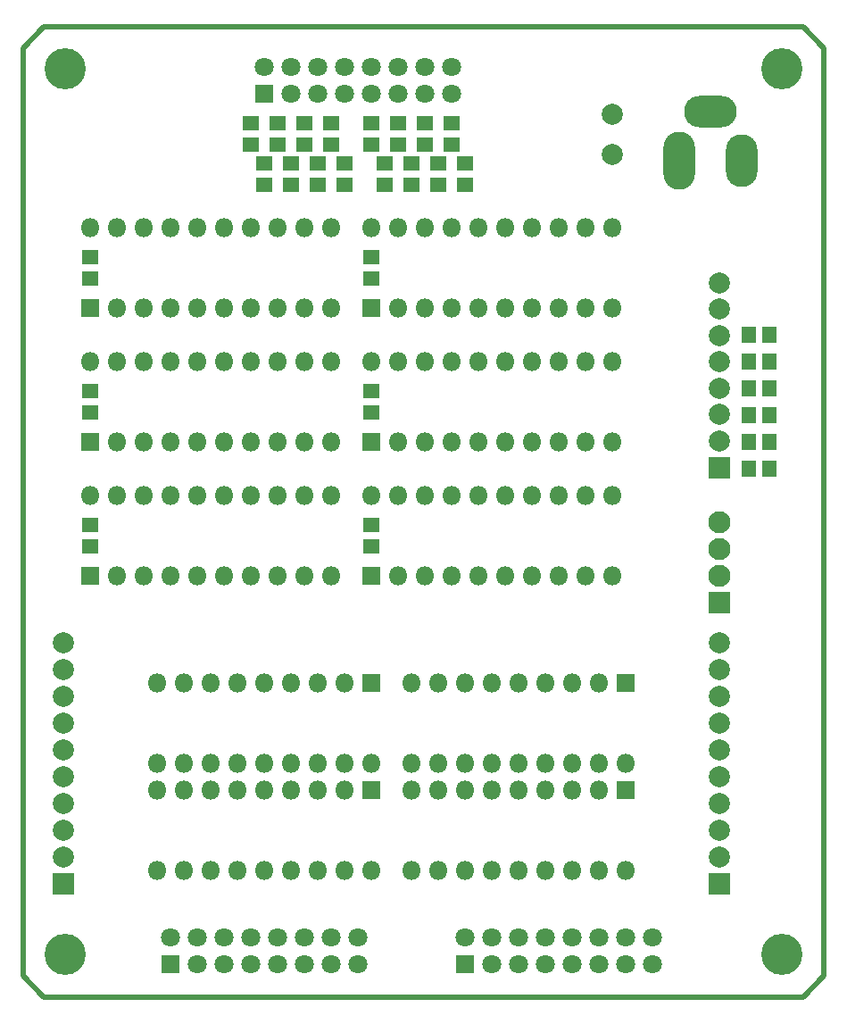
<source format=gbr>
G04 #@! TF.FileFunction,Soldermask,Bot*
%FSLAX46Y46*%
G04 Gerber Fmt 4.6, Leading zero omitted, Abs format (unit mm)*
G04 Created by KiCad (PCBNEW 4.0.7) date 05/27/21 16:34:53*
%MOMM*%
%LPD*%
G01*
G04 APERTURE LIST*
%ADD10C,0.100000*%
%ADD11C,0.500000*%
%ADD12C,3.900000*%
%ADD13R,1.800000X1.800000*%
%ADD14C,1.800000*%
%ADD15C,2.000000*%
%ADD16O,3.000000X5.500000*%
%ADD17O,3.000000X5.000000*%
%ADD18O,5.000000X3.000000*%
%ADD19R,2.000000X2.000000*%
%ADD20O,1.800000X1.800000*%
%ADD21R,1.650000X1.400000*%
%ADD22R,1.400000X1.650000*%
%ADD23R,2.100000X2.100000*%
%ADD24C,2.100000*%
G04 APERTURE END LIST*
D10*
D11*
X124000000Y-50000000D02*
X52000000Y-50000000D01*
X126000000Y-52000000D02*
X124000000Y-50000000D01*
X126000000Y-140000000D02*
X126000000Y-52000000D01*
X124000000Y-142000000D02*
X126000000Y-140000000D01*
X52000000Y-142000000D02*
X124000000Y-142000000D01*
X50000000Y-140000000D02*
X52000000Y-142000000D01*
X50000000Y-52000000D02*
X50000000Y-140000000D01*
X52000000Y-50000000D02*
X50000000Y-52000000D01*
D12*
X54000000Y-54000000D03*
X122000000Y-54000000D03*
X122000000Y-138000000D03*
X54000000Y-138000000D03*
D13*
X63972000Y-138908000D03*
D14*
X63972000Y-136368000D03*
X66512000Y-138908000D03*
X66512000Y-136368000D03*
X69052000Y-138908000D03*
X69052000Y-136368000D03*
X71592000Y-138908000D03*
X71592000Y-136368000D03*
X74132000Y-138908000D03*
X74132000Y-136368000D03*
X76672000Y-138908000D03*
X76672000Y-136368000D03*
X79212000Y-138908000D03*
X79212000Y-136368000D03*
X81752000Y-138908000D03*
X81752000Y-136368000D03*
D13*
X91912000Y-138908000D03*
D14*
X91912000Y-136368000D03*
X94452000Y-138908000D03*
X94452000Y-136368000D03*
X96992000Y-138908000D03*
X96992000Y-136368000D03*
X99532000Y-138908000D03*
X99532000Y-136368000D03*
X102072000Y-138908000D03*
X102072000Y-136368000D03*
X104612000Y-138908000D03*
X104612000Y-136368000D03*
X107152000Y-138908000D03*
X107152000Y-136368000D03*
X109692000Y-138908000D03*
X109692000Y-136368000D03*
D13*
X72862000Y-56358000D03*
D14*
X72862000Y-53818000D03*
X75402000Y-56358000D03*
X75402000Y-53818000D03*
X77942000Y-56358000D03*
X77942000Y-53818000D03*
X80482000Y-56358000D03*
X80482000Y-53818000D03*
X83022000Y-56358000D03*
X83022000Y-53818000D03*
X85562000Y-56358000D03*
X85562000Y-53818000D03*
X88102000Y-56358000D03*
X88102000Y-53818000D03*
X90642000Y-56358000D03*
X90642000Y-53818000D03*
D15*
X105882000Y-62068000D03*
X105882000Y-58268000D03*
D16*
X112232000Y-62708000D03*
D17*
X118232000Y-62708000D03*
D18*
X115232000Y-58008000D03*
D19*
X116042000Y-91778000D03*
D15*
X116042000Y-89278000D03*
X116042000Y-86778000D03*
X116042000Y-84278000D03*
X116042000Y-81778000D03*
X116042000Y-79278000D03*
X116042000Y-76778000D03*
X116042000Y-74278000D03*
D19*
X116042000Y-131288000D03*
D15*
X116042000Y-128748000D03*
X116042000Y-126208000D03*
X116042000Y-123668000D03*
X116042000Y-121128000D03*
X116042000Y-118588000D03*
X116042000Y-116048000D03*
X116042000Y-113508000D03*
X116042000Y-110968000D03*
X116042000Y-108428000D03*
X53812000Y-121128000D03*
X53812000Y-118588000D03*
X53812000Y-116048000D03*
X53812000Y-113508000D03*
X53812000Y-110968000D03*
X53812000Y-108428000D03*
X53812000Y-123668000D03*
X53812000Y-126208000D03*
X53812000Y-128748000D03*
D19*
X53812000Y-131288000D03*
D13*
X83022000Y-122398000D03*
D20*
X65242000Y-130018000D03*
X80482000Y-122398000D03*
X67782000Y-130018000D03*
X77942000Y-122398000D03*
X70322000Y-130018000D03*
X75402000Y-122398000D03*
X72862000Y-130018000D03*
X72862000Y-122398000D03*
X75402000Y-130018000D03*
X70322000Y-122398000D03*
X77942000Y-130018000D03*
X67782000Y-122398000D03*
X80482000Y-130018000D03*
X65242000Y-122398000D03*
X83022000Y-130018000D03*
X62702000Y-122398000D03*
X62702000Y-130018000D03*
D13*
X83022000Y-112238000D03*
D20*
X65242000Y-119858000D03*
X80482000Y-112238000D03*
X67782000Y-119858000D03*
X77942000Y-112238000D03*
X70322000Y-119858000D03*
X75402000Y-112238000D03*
X72862000Y-119858000D03*
X72862000Y-112238000D03*
X75402000Y-119858000D03*
X70322000Y-112238000D03*
X77942000Y-119858000D03*
X67782000Y-112238000D03*
X80482000Y-119858000D03*
X65242000Y-112238000D03*
X83022000Y-119858000D03*
X62702000Y-112238000D03*
X62702000Y-119858000D03*
D13*
X107152000Y-122398000D03*
D20*
X89372000Y-130018000D03*
X104612000Y-122398000D03*
X91912000Y-130018000D03*
X102072000Y-122398000D03*
X94452000Y-130018000D03*
X99532000Y-122398000D03*
X96992000Y-130018000D03*
X96992000Y-122398000D03*
X99532000Y-130018000D03*
X94452000Y-122398000D03*
X102072000Y-130018000D03*
X91912000Y-122398000D03*
X104612000Y-130018000D03*
X89372000Y-122398000D03*
X107152000Y-130018000D03*
X86832000Y-122398000D03*
X86832000Y-130018000D03*
D13*
X107152000Y-112238000D03*
D20*
X89372000Y-119858000D03*
X104612000Y-112238000D03*
X91912000Y-119858000D03*
X102072000Y-112238000D03*
X94452000Y-119858000D03*
X99532000Y-112238000D03*
X96992000Y-119858000D03*
X96992000Y-112238000D03*
X99532000Y-119858000D03*
X94452000Y-112238000D03*
X102072000Y-119858000D03*
X91912000Y-112238000D03*
X104612000Y-119858000D03*
X89372000Y-112238000D03*
X107152000Y-119858000D03*
X86832000Y-112238000D03*
X86832000Y-119858000D03*
D21*
X83022000Y-84568000D03*
X83022000Y-86568000D03*
X56352000Y-97268000D03*
X56352000Y-99268000D03*
X56352000Y-84568000D03*
X56352000Y-86568000D03*
X83022000Y-97268000D03*
X83022000Y-99268000D03*
X56352000Y-71868000D03*
X56352000Y-73868000D03*
X83022000Y-71868000D03*
X83022000Y-73868000D03*
D13*
X56352000Y-102078000D03*
D20*
X74132000Y-94458000D03*
X58892000Y-102078000D03*
X71592000Y-94458000D03*
X61432000Y-102078000D03*
X69052000Y-94458000D03*
X63972000Y-102078000D03*
X66512000Y-94458000D03*
X66512000Y-102078000D03*
X63972000Y-94458000D03*
X69052000Y-102078000D03*
X61432000Y-94458000D03*
X71592000Y-102078000D03*
X58892000Y-94458000D03*
X74132000Y-102078000D03*
X56352000Y-94458000D03*
X76672000Y-102078000D03*
X79212000Y-102078000D03*
X79212000Y-94458000D03*
X76672000Y-94458000D03*
D13*
X56352000Y-89378000D03*
D20*
X74132000Y-81758000D03*
X58892000Y-89378000D03*
X71592000Y-81758000D03*
X61432000Y-89378000D03*
X69052000Y-81758000D03*
X63972000Y-89378000D03*
X66512000Y-81758000D03*
X66512000Y-89378000D03*
X63972000Y-81758000D03*
X69052000Y-89378000D03*
X61432000Y-81758000D03*
X71592000Y-89378000D03*
X58892000Y-81758000D03*
X74132000Y-89378000D03*
X56352000Y-81758000D03*
X76672000Y-89378000D03*
X79212000Y-89378000D03*
X79212000Y-81758000D03*
X76672000Y-81758000D03*
D13*
X83022000Y-102078000D03*
D20*
X100802000Y-94458000D03*
X85562000Y-102078000D03*
X98262000Y-94458000D03*
X88102000Y-102078000D03*
X95722000Y-94458000D03*
X90642000Y-102078000D03*
X93182000Y-94458000D03*
X93182000Y-102078000D03*
X90642000Y-94458000D03*
X95722000Y-102078000D03*
X88102000Y-94458000D03*
X98262000Y-102078000D03*
X85562000Y-94458000D03*
X100802000Y-102078000D03*
X83022000Y-94458000D03*
X103342000Y-102078000D03*
X105882000Y-102078000D03*
X105882000Y-94458000D03*
X103342000Y-94458000D03*
D13*
X83022000Y-89378000D03*
D20*
X100802000Y-81758000D03*
X85562000Y-89378000D03*
X98262000Y-81758000D03*
X88102000Y-89378000D03*
X95722000Y-81758000D03*
X90642000Y-89378000D03*
X93182000Y-81758000D03*
X93182000Y-89378000D03*
X90642000Y-81758000D03*
X95722000Y-89378000D03*
X88102000Y-81758000D03*
X98262000Y-89378000D03*
X85562000Y-81758000D03*
X100802000Y-89378000D03*
X83022000Y-81758000D03*
X103342000Y-89378000D03*
X105882000Y-89378000D03*
X105882000Y-81758000D03*
X103342000Y-81758000D03*
D13*
X56352000Y-76678000D03*
D20*
X74132000Y-69058000D03*
X58892000Y-76678000D03*
X71592000Y-69058000D03*
X61432000Y-76678000D03*
X69052000Y-69058000D03*
X63972000Y-76678000D03*
X66512000Y-69058000D03*
X66512000Y-76678000D03*
X63972000Y-69058000D03*
X69052000Y-76678000D03*
X61432000Y-69058000D03*
X71592000Y-76678000D03*
X58892000Y-69058000D03*
X74132000Y-76678000D03*
X56352000Y-69058000D03*
X76672000Y-76678000D03*
X79212000Y-76678000D03*
X79212000Y-69058000D03*
X76672000Y-69058000D03*
D13*
X83022000Y-76678000D03*
D20*
X100802000Y-69058000D03*
X85562000Y-76678000D03*
X98262000Y-69058000D03*
X88102000Y-76678000D03*
X95722000Y-69058000D03*
X90642000Y-76678000D03*
X93182000Y-69058000D03*
X93182000Y-76678000D03*
X90642000Y-69058000D03*
X95722000Y-76678000D03*
X88102000Y-69058000D03*
X98262000Y-76678000D03*
X85562000Y-69058000D03*
X100802000Y-76678000D03*
X83022000Y-69058000D03*
X103342000Y-76678000D03*
X105882000Y-76678000D03*
X105882000Y-69058000D03*
X103342000Y-69058000D03*
D21*
X71592000Y-59168000D03*
X71592000Y-61168000D03*
X72862000Y-62978000D03*
X72862000Y-64978000D03*
X74132000Y-59168000D03*
X74132000Y-61168000D03*
X75402000Y-62978000D03*
X75402000Y-64978000D03*
X76672000Y-59168000D03*
X76672000Y-61168000D03*
X77942000Y-62978000D03*
X77942000Y-64978000D03*
X79212000Y-59168000D03*
X79212000Y-61168000D03*
X80482000Y-62978000D03*
X80482000Y-64978000D03*
X83022000Y-59168000D03*
X83022000Y-61168000D03*
X84292000Y-62978000D03*
X84292000Y-64978000D03*
X85562000Y-59168000D03*
X85562000Y-61168000D03*
X86832000Y-62978000D03*
X86832000Y-64978000D03*
X88102000Y-59168000D03*
X88102000Y-61168000D03*
X89372000Y-62978000D03*
X89372000Y-64978000D03*
X90642000Y-59168000D03*
X90642000Y-61168000D03*
X91912000Y-62978000D03*
X91912000Y-64978000D03*
D22*
X118852000Y-91918000D03*
X120852000Y-91918000D03*
X118852000Y-89378000D03*
X120852000Y-89378000D03*
X118852000Y-86838000D03*
X120852000Y-86838000D03*
X118852000Y-84298000D03*
X120852000Y-84298000D03*
X118852000Y-81758000D03*
X120852000Y-81758000D03*
X118852000Y-79218000D03*
X120852000Y-79218000D03*
D23*
X116042000Y-104618000D03*
D24*
X116042000Y-102078000D03*
X116042000Y-99538000D03*
X116042000Y-96998000D03*
M02*

</source>
